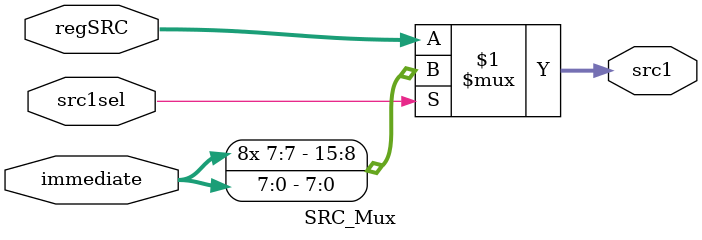
<source format=v>

module SRC_Mux(src1, src1sel, immediate, regSRC);
	input wire [15:0] regSRC;
	input wire [7:0] immediate;
	input wire src1sel;
	output wire [15:0] src1;
	
	assign src1 = src1sel ? {{8{immediate[7]}}, immediate} : regSRC ;  //choose between sign extended immediate or register source

endmodule

</source>
